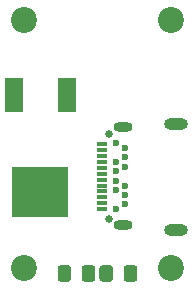
<source format=gbr>
%TF.GenerationSoftware,KiCad,Pcbnew,(5.1.7)-1*%
%TF.CreationDate,2021-02-26T18:48:09+00:00*%
%TF.ProjectId,Small Camera Adapter,536d616c-6c20-4436-916d-657261204164,rev?*%
%TF.SameCoordinates,Original*%
%TF.FileFunction,Soldermask,Top*%
%TF.FilePolarity,Negative*%
%FSLAX46Y46*%
G04 Gerber Fmt 4.6, Leading zero omitted, Abs format (unit mm)*
G04 Created by KiCad (PCBNEW (5.1.7)-1) date 2021-02-26 18:48:09*
%MOMM*%
%LPD*%
G01*
G04 APERTURE LIST*
%ADD10R,1.600200X2.997200*%
%ADD11R,4.826000X4.191000*%
%ADD12C,0.650000*%
%ADD13O,2.000000X1.000000*%
%ADD14O,1.600000X0.800000*%
%ADD15C,0.600000*%
%ADD16R,0.900000X0.300000*%
%ADD17C,2.200000*%
G04 APERTURE END LIST*
D10*
%TO.C,D3*%
X154460600Y-116442400D03*
X149990200Y-116442400D03*
D11*
X152200000Y-124722800D03*
%TD*%
D12*
%TO.C,J2*%
X158000000Y-119750000D03*
D13*
X163700000Y-118910000D03*
X163700000Y-127890000D03*
D14*
X159250000Y-119220000D03*
X159250000Y-127480000D03*
D15*
X158650000Y-126150000D03*
X159350000Y-125750000D03*
X159350000Y-124950000D03*
X158650000Y-124550000D03*
X159350000Y-124150000D03*
X158650000Y-123750000D03*
X158650000Y-122950000D03*
X159350000Y-122550000D03*
X158650000Y-122150000D03*
X159350000Y-121750000D03*
X159350000Y-120950000D03*
X158650000Y-120550000D03*
D16*
X157440000Y-120650000D03*
X157440000Y-121150000D03*
X157440000Y-121650000D03*
X157440000Y-122150000D03*
X157440000Y-122650000D03*
X157440000Y-123150000D03*
X157440000Y-123650000D03*
X157440000Y-124150000D03*
X157440000Y-124650000D03*
X157440000Y-125150000D03*
X157440000Y-125650000D03*
X157440000Y-126150000D03*
D12*
X158000000Y-126950000D03*
%TD*%
D17*
%TO.C,REF2*%
X150800000Y-131100000D03*
%TD*%
%TO.C,REF3*%
X150800000Y-110100000D03*
%TD*%
%TO.C,REF4*%
X163300000Y-110100000D03*
%TD*%
%TO.C,REF1*%
X163300000Y-131100000D03*
%TD*%
%TO.C,D1*%
G36*
G01*
X153675000Y-132050001D02*
X153675000Y-131149999D01*
G75*
G02*
X153924999Y-130900000I249999J0D01*
G01*
X154575001Y-130900000D01*
G75*
G02*
X154825000Y-131149999I0J-249999D01*
G01*
X154825000Y-132050001D01*
G75*
G02*
X154575001Y-132300000I-249999J0D01*
G01*
X153924999Y-132300000D01*
G75*
G02*
X153675000Y-132050001I0J249999D01*
G01*
G37*
G36*
G01*
X155725000Y-132050001D02*
X155725000Y-131149999D01*
G75*
G02*
X155974999Y-130900000I249999J0D01*
G01*
X156625001Y-130900000D01*
G75*
G02*
X156875000Y-131149999I0J-249999D01*
G01*
X156875000Y-132050001D01*
G75*
G02*
X156625001Y-132300000I-249999J0D01*
G01*
X155974999Y-132300000D01*
G75*
G02*
X155725000Y-132050001I0J249999D01*
G01*
G37*
%TD*%
%TO.C,R2*%
G36*
G01*
X160425000Y-131149999D02*
X160425000Y-132050001D01*
G75*
G02*
X160175001Y-132300000I-249999J0D01*
G01*
X159524999Y-132300000D01*
G75*
G02*
X159275000Y-132050001I0J249999D01*
G01*
X159275000Y-131149999D01*
G75*
G02*
X159524999Y-130900000I249999J0D01*
G01*
X160175001Y-130900000D01*
G75*
G02*
X160425000Y-131149999I0J-249999D01*
G01*
G37*
G36*
G01*
X158375000Y-131149999D02*
X158375000Y-132050001D01*
G75*
G02*
X158125001Y-132300000I-249999J0D01*
G01*
X157474999Y-132300000D01*
G75*
G02*
X157225000Y-132050001I0J249999D01*
G01*
X157225000Y-131149999D01*
G75*
G02*
X157474999Y-130900000I249999J0D01*
G01*
X158125001Y-130900000D01*
G75*
G02*
X158375000Y-131149999I0J-249999D01*
G01*
G37*
%TD*%
M02*

</source>
